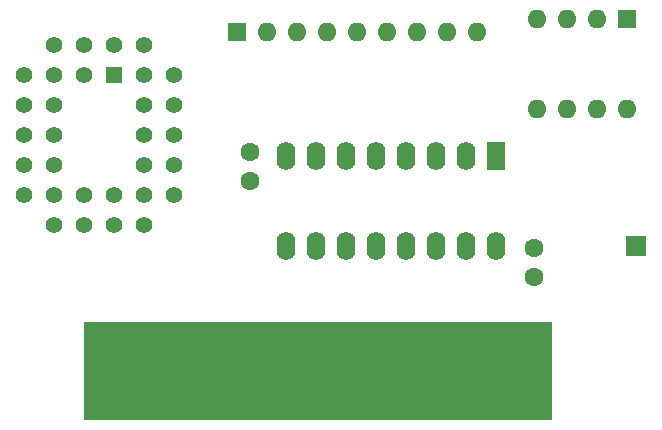
<source format=gbr>
%TF.GenerationSoftware,KiCad,Pcbnew,7.0.10*%
%TF.CreationDate,2024-04-12T13:43:35-04:00*%
%TF.ProjectId,cbm2romcart,63626d32-726f-46d6-9361-72742e6b6963,rev?*%
%TF.SameCoordinates,Original*%
%TF.FileFunction,Soldermask,Bot*%
%TF.FilePolarity,Negative*%
%FSLAX46Y46*%
G04 Gerber Fmt 4.6, Leading zero omitted, Abs format (unit mm)*
G04 Created by KiCad (PCBNEW 7.0.10) date 2024-04-12 13:43:35*
%MOMM*%
%LPD*%
G01*
G04 APERTURE LIST*
%ADD10R,1.600000X1.600000*%
%ADD11O,1.600000X1.600000*%
%ADD12R,1.524000X8.000000*%
%ADD13R,39.674800X8.315600*%
%ADD14C,1.600000*%
%ADD15R,1.600000X2.400000*%
%ADD16O,1.600000X2.400000*%
%ADD17R,1.422400X1.422400*%
%ADD18C,1.422400*%
%ADD19R,1.700000X1.700000*%
G04 APERTURE END LIST*
D10*
%TO.C,SW1*%
X179832000Y-87579200D03*
D11*
X177292000Y-87579200D03*
X174752000Y-87579200D03*
X172212000Y-87579200D03*
X172212000Y-95199200D03*
X174752000Y-95199200D03*
X177292000Y-95199200D03*
X179832000Y-95199200D03*
%TD*%
D12*
%TO.C,P1*%
X171450000Y-117348000D03*
X168910000Y-117348000D03*
X166370000Y-117348000D03*
X163830000Y-117348000D03*
X161290000Y-117348000D03*
X158750000Y-117348000D03*
X156210000Y-117348000D03*
X153670000Y-117348000D03*
X151130000Y-117348000D03*
X148590000Y-117348000D03*
X146050000Y-117348000D03*
X143510000Y-117348000D03*
X140970000Y-117348000D03*
X138430000Y-117348000D03*
X135890000Y-117348000D03*
D13*
X153695400Y-117340200D03*
%TD*%
D14*
%TO.C,C2*%
X147878800Y-98795200D03*
X147878800Y-101295200D03*
%TD*%
%TO.C,C1*%
X171907200Y-109434000D03*
X171907200Y-106934000D03*
%TD*%
D15*
%TO.C,U1*%
X168757600Y-99161600D03*
D16*
X166217600Y-99161600D03*
X163677600Y-99161600D03*
X161137600Y-99161600D03*
X158597600Y-99161600D03*
X156057600Y-99161600D03*
X153517600Y-99161600D03*
X150977600Y-99161600D03*
X150977600Y-106781600D03*
X153517600Y-106781600D03*
X156057600Y-106781600D03*
X158597600Y-106781600D03*
X161137600Y-106781600D03*
X163677600Y-106781600D03*
X166217600Y-106781600D03*
X168757600Y-106781600D03*
%TD*%
D17*
%TO.C,U2*%
X136398000Y-92303600D03*
D18*
X133858000Y-89763600D03*
X133858000Y-92303600D03*
X131318000Y-89763600D03*
X128778000Y-92303600D03*
X131318000Y-92303600D03*
X128778000Y-94843600D03*
X131318000Y-94843600D03*
X128778000Y-97383600D03*
X131318000Y-97383600D03*
X128778000Y-99923600D03*
X131318000Y-99923600D03*
X128778000Y-102463600D03*
X131318000Y-105003600D03*
X131318000Y-102463600D03*
X133858000Y-105003600D03*
X133858000Y-102463600D03*
X136398000Y-105003600D03*
X136398000Y-102463600D03*
X138938000Y-105003600D03*
X141478000Y-102463600D03*
X138938000Y-102463600D03*
X141478000Y-99923600D03*
X138938000Y-99923600D03*
X141478000Y-97383600D03*
X138938000Y-97383600D03*
X141478000Y-94843600D03*
X138938000Y-94843600D03*
X141478000Y-92303600D03*
X138938000Y-89763600D03*
X138938000Y-92303600D03*
X136398000Y-89763600D03*
%TD*%
D11*
%TO.C,RN1*%
X167081200Y-88696800D03*
X164541200Y-88696800D03*
X162001200Y-88696800D03*
X159461200Y-88696800D03*
X156921200Y-88696800D03*
X154381200Y-88696800D03*
X151841200Y-88696800D03*
X149301200Y-88696800D03*
D10*
X146761200Y-88696800D03*
%TD*%
D19*
%TO.C,J1*%
X180594000Y-106781600D03*
%TD*%
M02*

</source>
